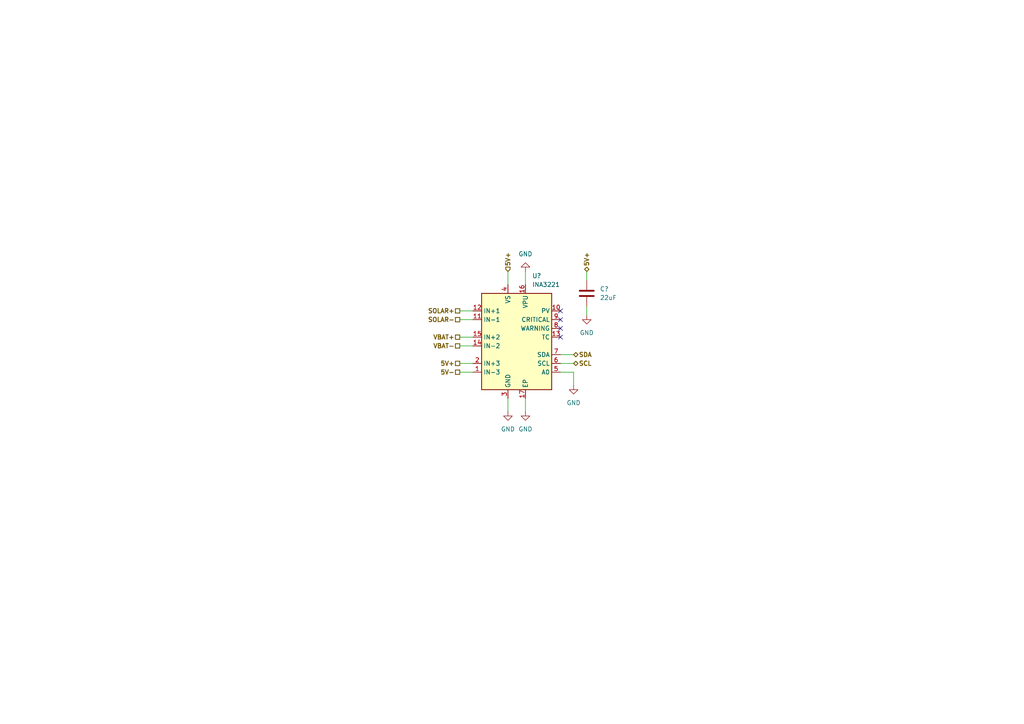
<source format=kicad_sch>
(kicad_sch (version 20230121) (generator eeschema)
  (paper "A4")
  (title_block (title "Power Monitor") (date "2023-09-19") (rev "1.2.0"))
  (lib_symbols
    (symbol "Device:C" (pin_numbers hide) (pin_names (offset 0.254))
      (property "Reference" "C" (at 0.635 2.54 0))
      (property "Value" "C" (at 0.635 -2.54 0))
      (symbol "C_0_1"
        (polyline (pts (xy -2.032 -0.762) (xy 2.032 -0.762)) (stroke (width 0.508)))
        (polyline (pts (xy -2.032 0.762) (xy 2.032 0.762)) (stroke (width 0.508)))
      )
      (symbol "C_1_1"
        (pin passive line (at 0 3.81 270) (length 2.794) (name "~") (number "1"))
        (pin passive line (at 0 -3.81 90) (length 2.794) (name "~") (number "2"))
      )
    )
    (symbol "Power_Management:INA3221"
      (property "Reference" "U" (at -10.16 17.78 0))
      (property "Value" "INA3221" (at 5.08 17.78 0))
      (symbol "INA3221_0_1"
        (rectangle (start 10.16 -12.7) (end -10.16 15.24) (stroke (width 0.254)) (fill (type background)))
      )
      (symbol "INA3221_1_1"
        (pin input line (at -12.7 -7.62 0) (length 2.54) (name "IN-3") (number "1"))
        (pin open_collector line (at 12.7 10.16 180) (length 2.54) (name "PV") (number "10"))
        (pin input line (at -12.7 7.62 0) (length 2.54) (name "IN-1") (number "11"))
        (pin input line (at -12.7 10.16 0) (length 2.54) (name "IN+1") (number "12"))
        (pin open_collector line (at 12.7 2.54 180) (length 2.54) (name "TC") (number "13"))
        (pin input line (at -12.7 0 0) (length 2.54) (name "IN-2") (number "14"))
        (pin input line (at -12.7 2.54 0) (length 2.54) (name "IN+2") (number "15"))
        (pin power_in line (at 2.54 17.78 270) (length 2.54) (name "VPU") (number "16"))
        (pin passive line (at 2.54 -15.24 90) (length 2.54) (name "EP") (number "17"))
        (pin input line (at -12.7 -5.08 0) (length 2.54) (name "IN+3") (number "2"))
        (pin power_in line (at -2.54 -15.24 90) (length 2.54) (name "GND") (number "3"))
        (pin power_in line (at -2.54 17.78 270) (length 2.54) (name "VS") (number "4"))
        (pin input line (at 12.7 -7.62 180) (length 2.54) (name "A0") (number "5"))
        (pin input line (at 12.7 -5.08 180) (length 2.54) (name "SCL") (number "6"))
        (pin bidirectional line (at 12.7 -2.54 180) (length 2.54) (name "SDA") (number "7"))
        (pin open_collector line (at 12.7 5.08 180) (length 2.54) (name "WARNING") (number "8"))
        (pin open_collector line (at 12.7 7.62 180) (length 2.54) (name "CRITICAL") (number "9"))
      )
    )
    (symbol "power:GND" (power) (pin_names (offset 0))
      (property "Value" "GND" (at 0 -3.81 0))
      (symbol "GND_0_1"
        (polyline (pts (xy 0 0) (xy 0 -1.27) (xy 1.27 -1.27) (xy 0 -2.54) (xy -1.27 -1.27) (xy 0 -1.27)))
      )
      (symbol "GND_1_1"
        (pin power_in line (at 0 0 270) (length 0) hide (name "GND") (number "1"))
      )
    )
  )
  (no_connect (at 162.56 92.71))
  (no_connect (at 162.56 90.17))
  (no_connect (at 162.56 95.25))
  (no_connect (at 162.56 97.79))
  (wire (pts (xy 133.35 92.71) (xy 137.16 92.71)))
  (wire (pts (xy 152.4 115.57) (xy 152.4 119.38)))
  (wire (pts (xy 166.37 111.76) (xy 166.37 107.95)))
  (wire (pts (xy 133.35 90.17) (xy 137.16 90.17)))
  (wire (pts (xy 170.18 78.74) (xy 170.18 81.28)))
  (wire (pts (xy 162.56 102.87) (xy 166.37 102.87)))
  (wire (pts (xy 170.18 88.9) (xy 170.18 91.44)))
  (wire (pts (xy 166.37 107.95) (xy 162.56 107.95)))
  (wire (pts (xy 133.35 105.41) (xy 137.16 105.41)))
  (wire (pts (xy 152.4 78.74) (xy 152.4 82.55)))
  (wire (pts (xy 162.56 105.41) (xy 166.37 105.41)))
  (wire (pts (xy 133.35 97.79) (xy 137.16 97.79)))
  (wire (pts (xy 147.32 78.74) (xy 147.32 82.55)))
  (wire (pts (xy 133.35 100.33) (xy 137.16 100.33)))
  (wire (pts (xy 147.32 115.57) (xy 147.32 119.38)))
  (wire (pts (xy 133.35 107.95) (xy 137.16 107.95)))
  (hierarchical_label "VBAT-" (shape passive) (at 133.35 100.33 180) (effects (font bold)))
  (hierarchical_label "SDA" (shape bidirectional) (at 166.37 102.87 0) (effects (font bold)))
  (hierarchical_label "5V+" (shape bidirectional) (at 170.18 78.74 90) (effects (font bold)))
  (hierarchical_label "5V+" (shape passive) (at 133.35 105.41 180) (effects (font bold)))
  (hierarchical_label "5V+" (shape input) (at 147.32 78.74 90) (effects (font bold)))
  (hierarchical_label "5V-" (shape passive) (at 133.35 107.95 180) (effects (font bold)))
  (hierarchical_label "SOLAR+" (shape passive) (at 133.35 90.17 180) (effects (font bold)))
  (hierarchical_label "VBAT+" (shape passive) (at 133.35 97.79 180) (effects (font bold)))
  (hierarchical_label "SCL" (shape bidirectional) (at 166.37 105.41 0) (effects (font bold)))
  (hierarchical_label "SOLAR-" (shape passive) (at 133.35 92.71 180) (effects (font bold)))
  (symbol (lib_id "power:GND") (at 170.18 91.44 0) (unit 1)
    (property "Reference" "#PWR?" (effects hide))
    (property "Value" "GND" (at 170.18 96.52 0))
    (instances (project "picoups" (path "" (reference "#PWR?") (unit 1)) (path "" (reference "#PWR016") (unit 1))))
  )
  (symbol (lib_id "power:GND") (at 147.32 119.38 0) (unit 1)
    (property "Reference" "#PWR?" (effects hide))
    (property "Value" "GND" (at 147.32 124.46 0))
    (instances (project "picoups" (path "" (reference "#PWR?") (unit 1)) (path "" (reference "#PWR012") (unit 1))))
  )
  (symbol (lib_id "Device:C") (at 170.18 85.09 0) (unit 1)
    (property "Reference" "C?" (at 173.99 83.82 0) (effects (justify left)))
    (property "Value" "22uF" (at 173.99 86.36 0) (effects (justify left)))
    (property "Footprint" "Capacitor_SMD:C_0805_2012Metric" (effects hide))
    (instances (project "picoups" (path "" (reference "C?") (unit 1)) (path "" (reference "C11") (unit 1))))
  )
  (symbol (lib_id "Power_Management:INA3221") (at 149.86 100.33 0) (unit 1)
    (property "Reference" "U?" (at 154.3559 80.01 0) (effects (justify left)))
    (property "Value" "INA3221" (at 154.3559 82.55 0) (effects (justify left)))
    (property "Footprint" "Package_DFN_QFN:Texas_RGV_S-PVQFN-N16_EP2.1x2.1mm_ThermalVias" (effects hide))
    (property "Datasheet" "http://www.ti.com/lit/ds/symlink/ina3221.pdf" (effects hide))
    (instances (project "picoups" (path "" (reference "U?") (unit 1)) (path "" (reference "U5") (unit 1))))
  )
  (symbol (lib_id "power:GND") (at 152.4 78.74 180) (unit 1)
    (property "Reference" "#PWR?" (effects hide))
    (property "Value" "GND" (at 152.4 73.66 0))
    (instances (project "picoups" (path "" (reference "#PWR?") (unit 1)) (path "" (reference "#PWR013") (unit 1))))
  )
  (symbol (lib_id "power:GND") (at 166.37 111.76 0) (unit 1)
    (property "Reference" "#PWR?" (effects hide))
    (property "Value" "GND" (at 166.37 116.84 0))
    (instances (project "picoups" (path "" (reference "#PWR?") (unit 1)) (path "" (reference "#PWR015") (unit 1))))
  )
  (symbol (lib_id "power:GND") (at 152.4 119.38 0) (unit 1)
    (property "Reference" "#PWR?" (effects hide))
    (property "Value" "GND" (at 152.4 124.46 0))
    (instances (project "picoups" (path "" (reference "#PWR?") (unit 1)) (path "" (reference "#PWR014") (unit 1))))
  )
)
</source>
